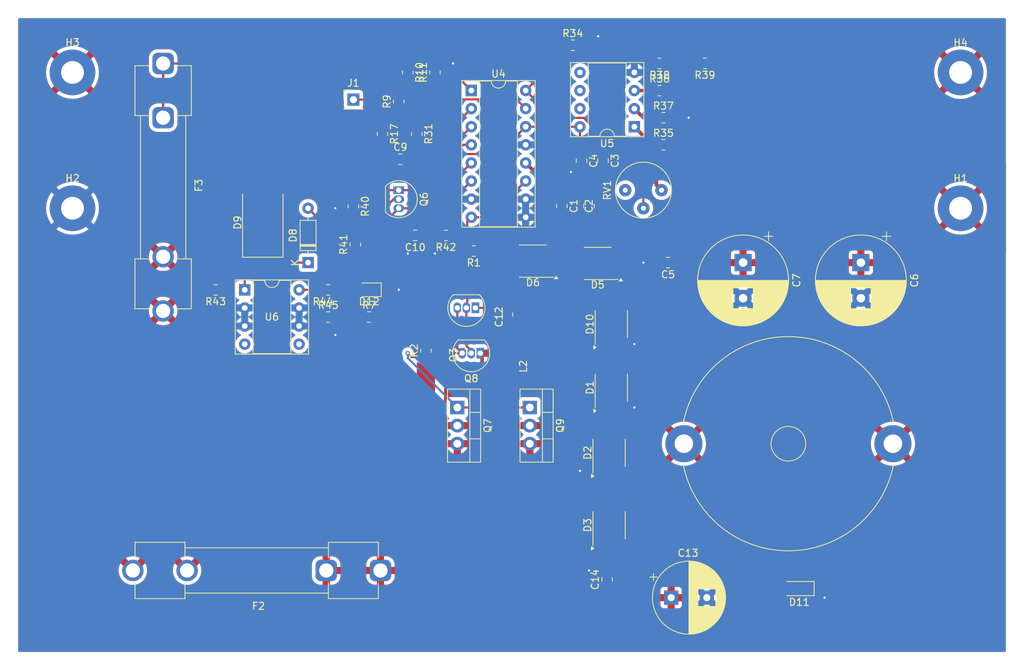
<source format=kicad_pcb>
(kicad_pcb (version 20240108) (generator "pcbnew") (generator_version "8.0")
  (title_block (company "Open Surgical Light Project - MIT Medical Device Design Spring 2024") (comment 1 "Drawn by: Edit author in Page Settings"))
  (layers (0 "F.Cu" signal) (31 "B.Cu" signal) (34 "B.Paste" user) (35 "F.Paste" user) (36 "B.SilkS" user "B.Silkscreen") (37 "F.SilkS" user "F.Silkscreen") (38 "B.Mask" user) (39 "F.Mask" user) (44 "Edge.Cuts" user))
  (property "AUTHOR" "Edit Name in Schematic setup -> Text Variables")
  (property "PROJECT_REVISION" "A01")
  (property "PROJECT_TITLE" "Template Project")
  (net 0 "")
  (net 1 "GND")
  (net 2 "Net-(D1-K)")
  (net 3 "Net-(D5-K)")
  (net 4 "BAT+")
  (net 5 "BAT-")
  (net 6 "SOLAR+")
  (net 7 "/FB")
  (net 8 "Net-(C9-Pad1)")
  (net 9 "/CT")
  (net 10 "Net-(D6-K)")
  (net 11 "Net-(D11-A2)")
  (net 12 "Net-(D8-A)")
  (net 13 "Net-(D8-K)")
  (net 14 "Net-(D9-A)")
  (net 15 "Net-(D12-A)")
  (net 16 "Net-(F3-Pad1)")
  (net 17 "/PWM Out")
  (net 18 "Net-(Q3-E)")
  (net 19 "/VREF")
  (net 20 "/VPOut")
  (net 21 "Net-(Q7-G)")
  (net 22 "/EA1-")
  (net 23 "MCU 2.5V")
  (net 24 "/EA1+")
  (net 25 "/EA2+")
  (net 26 "Net-(U5A--)")
  (net 27 "Net-(R35-Pad1)")
  (net 28 "Net-(U5A-+)")
  (net 29 "/RT")
  (net 30 "Net-(U6-REF)")
  (footprint "Resistor_SMD:R_0805_2012Metric_Pad1.20x1.40mm_HandSolder" (layer "F.Cu") (at 139.97 78.74 180)
    (property "Reference" "R42" (at 0 -1.65 180) (layer "F.SilkS"))
    (property "Value" "39K")
    (pad "1" smd roundrect (at -1 0 180) (size 1.2 1.4) (layers "F.Cu" "F.Paste" "F.Mask") (roundrect_rratio 0.208333) (net 29 "/RT"))
    (pad "2" smd roundrect (at 1 0 180) (size 1.2 1.4) (layers "F.Cu" "F.Paste" "F.Mask") (roundrect_rratio 0.208333) (net 1 "GND"))
  )
  (footprint "Resistor_SMD:R_0805_2012Metric_Pad1.20x1.40mm_HandSolder" (layer "F.Cu") (at 176.26 54.61 180)
    (property "Reference" "R39" (at 0 -1.65 180) (layer "F.SilkS"))
    (property "Value" "0R1")
    (pad "1" smd roundrect (at -1 0 180) (size 1.2 1.4) (layers "F.Cu" "F.Paste" "F.Mask") (roundrect_rratio 0.208333) (net 1 "GND"))
    (pad "2" smd roundrect (at 1 0 180) (size 1.2 1.4) (layers "F.Cu" "F.Paste" "F.Mask") (roundrect_rratio 0.208333) (net 5 "BAT-"))
  )
  (footprint "Capacitor_SMD:C_0805_2012Metric" (layer "F.Cu") (at 161.98 68.26 -90)
    (property "Reference" "C3" (at 0 -1.68 90) (layer "F.SilkS"))
    (property "Value" "1uF")
    (pad "1" smd roundrect (at -0.95 0 270) (size 1 1.45) (layers "F.Cu" "F.Paste" "F.Mask") (net 19 "/VREF"))
    (pad "2" smd roundrect (at 0.95 0 270) (size 1 1.45) (layers "F.Cu" "F.Paste" "F.Mask") (net 1 "GND"))
  )
  (footprint "Resistor_SMD:R_0805_2012Metric_Pad1.20x1.40mm_HandSolder" (layer "F.Cu") (at 131.08 64.5 -90)
    (property "Reference" "R17" (at 0 -1.65 90) (layer "F.SilkS"))
    (property "Value" "47K")
    (pad "1" smd roundrect (at -1 0 270) (size 1.2 1.4) (layers "F.Cu" "F.Paste" "F.Mask") (roundrect_rratio 0.208333) (net 22 "/EA1-"))
    (pad "2" smd roundrect (at 1 0 270) (size 1.2 1.4) (layers "F.Cu" "F.Paste" "F.Mask") (roundrect_rratio 0.208333) (net 8 "Net-(C9-Pad1)"))
  )
  (footprint "Resistor_SMD:R_0805_2012Metric" (layer "F.Cu") (at 137.16 94.8925 90)
    (property "Reference" "R2" (at 0 -1.65 270) (layer "F.SilkS"))
    (property "Value" "5")
    (pad "1" smd roundrect (at -0.9125 0 90) (size 1.025 1.4) (layers "F.Cu" "F.Paste" "F.Mask") (roundrect_rratio 0.243902) (net 21 "Net-(Q7-G)"))
    (pad "2" smd roundrect (at 0.9125 0 90) (size 1.025 1.4) (layers "F.Cu" "F.Paste" "F.Mask") (roundrect_rratio 0.243902) (net 18 "Net-(Q3-E)"))
  )
  (footprint "Package_DIP:DIP-16_W7.62mm_Socket" (layer "F.Cu") (at 143.52 58.41)
    (property "Reference" "U4" (at 3.81 -2.33 0) (layer "F.SilkS"))
    (property "Value" "TL494")
    (pad "1" thru_hole rect (at 0 0) (size 1.6 1.6) (drill 0.8) (layers "*.Cu" "*.Mask") (net 24 "/EA1+"))
    (pad "2" thru_hole oval (at 0 2.54) (size 1.6 1.6) (drill 0.8) (layers "*.Cu" "*.Mask") (net 22 "/EA1-"))
    (pad "3" thru_hole oval (at 0 5.08) (size 1.6 1.6) (drill 0.8) (layers "*.Cu" "*.Mask") (net 7 "/FB"))
    (pad "4" thru_hole oval (at 0 7.62) (size 1.6 1.6) (drill 0.8) (layers "*.Cu" "*.Mask") (net 20 "/VPOut"))
    (pad "5" thru_hole oval (at 0 10.16) (size 1.6 1.6) (drill 0.8) (layers "*.Cu" "*.Mask") (net 9 "/CT"))
    (pad "6" thru_hole oval (at 0 12.7) (size 1.6 1.6) (drill 0.8) (layers "*.Cu" "*.Mask") (net 29 "/RT"))
    (pad "7" thru_hole oval (at 0 15.24) (size 1.6 1.6) (drill 0.8) (layers "*.Cu" "*.Mask") (net 1 "GND"))
    (pad "8" thru_hole oval (at 0 17.78) (size 1.6 1.6) (drill 0.8) (layers "*.Cu" "*.Mask") (net 17 "/PWM Out"))
    (pad "9" thru_hole oval (at 7.62 17.78) (size 1.6 1.6) (drill 0.8) (layers "*.Cu" "*.Mask") (net 1 "GND"))
    (pad "10" thru_hole oval (at 7.62 15.24) (size 1.6 1.6) (drill 0.8) (layers "*.Cu" "*.Mask") (net 1 "GND"))
    (pad "11" thru_hole oval (at 7.62 12.7) (size 1.6 1.6) (drill 0.8) (layers "*.Cu" "*.Mask") (net 17 "/PWM Out"))
    (pad "12" thru_hole oval (at 7.62 10.16) (size 1.6 1.6) (drill 0.8) (layers "*.Cu" "*.Mask") (net 6 "SOLAR+"))
    (pad "13" thru_hole oval (at 7.62 7.62) (size 1.6 1.6) (drill 0.8) (layers "*.Cu" "*.Mask") (net 1 "GND"))
    (pad "14" thru_hole oval (at 7.62 5.08) (size 1.6 1.6) (drill 0.8) (layers "*.Cu" "*.Mask") (net 19 "/VREF"))
    (pad "15" thru_hole oval (at 7.62 2.54) (size 1.6 1.6) (drill 0.8) (layers "*.Cu" "*.Mask") (net 23 "MCU 2.5V"))
    (pad "16" thru_hole oval (at 7.62 0) (size 1.6 1.6) (drill 0.8) (layers "*.Cu" "*.Mask") (net 25 "/EA2+"))
  )
  (footprint "Resistor_SMD:R_0805_2012Metric_Pad1.20x1.40mm_HandSolder" (layer "F.Cu") (at 123.47 90.18)
    (property "Reference" "R45" (at 0 -1.65 0) (layer "F.SilkS"))
    (property "Value" "2K")
    (pad "1" smd roundrect (at -1 0) (size 1.2 1.4) (layers "F.Cu" "F.Paste" "F.Mask") (roundrect_rratio 0.208333) (net 30 "Net-(U6-REF)"))
    (pad "2" smd roundrect (at 1 0) (size 1.2 1.4) (layers "F.Cu" "F.Paste" "F.Mask") (roundrect_rratio 0.208333) (net 1 "GND"))
  )
  (footprint "Resistor_SMD:R_0805_2012Metric_Pad1.20x1.40mm_HandSolder" (layer "F.Cu") (at 134.62 55.88 -90)
    (property "Reference" "R10" (at 0 -1.65 90) (layer "F.SilkS"))
    (property "Value" "10K")
    (pad "1" smd roundrect (at -1 0 270) (size 1.2 1.4) (layers "F.Cu" "F.Paste" "F.Mask") (roundrect_rratio 0.208333) (net 16 "Net-(F3-Pad1)"))
    (pad "2" smd roundrect (at 1 0 270) (size 1.2 1.4) (layers "F.Cu" "F.Paste" "F.Mask") (roundrect_rratio 0.208333) (net 24 "/EA1+"))
  )
  (footprint "Resistor_SMD:R_0805_2012Metric_Pad1.20x1.40mm_HandSolder" (layer "F.Cu") (at 127.27 80.01 90)
    (property "Reference" "R41" (at 0 -1.65 270) (layer "F.SilkS"))
    (property "Value" "10K")
    (pad "1" smd roundrect (at -1 0 90) (size 1.2 1.4) (layers "F.Cu" "F.Paste" "F.Mask") (roundrect_rratio 0.208333) (net 19 "/VREF"))
    (pad "2" smd roundrect (at 1 0 90) (size 1.2 1.4) (layers "F.Cu" "F.Paste" "F.Mask") (roundrect_rratio 0.208333) (net 12 "Net-(D8-A)"))
  )
  (footprint "Resistor_SMD:R_0805_2012Metric_Pad1.20x1.40mm_HandSolder" (layer "F.Cu") (at 127 74.66 -90)
    (property "Reference" "R40" (at 0 -1.65 90) (layer "F.SilkS"))
    (property "Value" "2K2")
    (pad "1" smd roundrect (at -1 0 270) (size 1.2 1.4) (layers "F.Cu" "F.Paste" "F.Mask") (roundrect_rratio 0.208333) (net 20 "/VPOut"))
    (pad "2" smd roundrect (at 1 0 270) (size 1.2 1.4) (layers "F.Cu" "F.Paste" "F.Mask") (roundrect_rratio 0.208333) (net 1 "GND"))
  )
  (footprint "Connector_PinHeader_2.54mm:PinHeader_1x01_P2.54mm_Vertical" (layer "F.Cu") (at 127 59.69)
    (property "Reference" "J1" (at 0 -2.33 0) (layer "F.SilkS"))
    (property "Value" "Conn_01x01_Pin")
    (pad "1" thru_hole rect (at 0 0) (size 1.7 1.7) (drill 1) (layers "*.Cu" "*.Mask") (net 23 "MCU 2.5V"))
  )
  (footprint "Package_TO_SOT_SMD:Nexperia_CFP15_SOT-1289" (layer "F.Cu") (at 162.83 109.22 90)
    (property "Reference" "D2" (at 0 -3 -90) (layer "F.SilkS"))
    (property "Value" "PMEG045V150EPD")
    (pad "1" smd roundrect (at -2.78 -1.065 270) (size 1.44 1.6) (layers "F.Cu" "F.Paste" "F.Mask") (net 1 "GND"))
    (pad "2" smd roundrect (at -2.78 1.065 270) (size 1.44 1.6) (layers "F.Cu" "F.Paste" "F.Mask") (net 1 "GND"))
    (pad "3" smd rect (at 1.02 0 270) (size 4.96 3.8) (layers "F.Cu" "F.Mask") (net 2 "Net-(D1-K)"))
  )
  (footprint "Capacitor_SMD:C_0805_2012Metric_Pad1.18x1.45mm_HandSolder" (layer "F.Cu") (at 135.6575 78.74 180)
    (property "Reference" "C10" (at 0 -1.68 180) (layer "F.SilkS"))
    (property "Value" "1nF")
    (pad "1" smd roundrect (at -1.0375 0 180) (size 1.175 1.45) (layers "F.Cu" "F.Paste" "F.Mask") (roundrect_rratio 0.212766) (net 9 "/CT"))
    (pad "2" smd roundrect (at 1.0375 0 180) (size 1.175 1.45) (layers "F.Cu" "F.Paste" "F.Mask") (roundrect_rratio 0.212766) (net 1 "GND"))
  )
  (footprint "Capacitor_SMD:C_0805_2012Metric" (layer "F.Cu") (at 162.56 127 90)
    (property "Reference" "C14" (at 0 -1.68 270) (layer "F.SilkS"))
    (property "Value" "0.1uF")
    (pad "1" smd roundrect (at -0.95 0 90) (size 1 1.45) (layers "F.Cu" "F.Paste" "F.Mask") (net 11 "Net-(D11-A2)"))
    (pad "2" smd roundrect (at 0.95 0 90) (size 1 1.45) (layers "F.Cu" "F.Paste" "F.Mask") (net 1 "GND"))
  )
  (footprint "Resistor_SMD:R_0805_2012Metric_Pad1.20x1.40mm_HandSolder" (layer "F.Cu") (at 170.45 62.23)
    (property "Reference" "R37" (at 0 -1.65 360) (layer "F.SilkS"))
    (property "Value" "2K")
    (pad "1" smd roundrect (at -1 0) (size 1.2 1.4) (layers "F.Cu" "F.Paste" "F.Mask") (roundrect_rratio 0.208333) (net 26 "Net-(U5A--)"))
    (pad "2" smd roundrect (at 1 0) (size 1.2 1.4) (layers "F.Cu" "F.Paste" "F.Mask") (roundrect_rratio 0.208333) (net 1 "GND"))
  )
  (footprint "Resistor_SMD:R_0805_2012Metric_Pad1.20x1.40mm_HandSolder" (layer "F.Cu") (at 138.43 55.88 90)
    (property "Reference" "R11" (at 0 -1.65 270) (layer "F.SilkS"))
    (property "Value" "2.2K")
    (pad "1" smd roundrect (at -1 0 90) (size 1.2 1.4) (layers "F.Cu" "F.Paste" "F.Mask") (roundrect_rratio 0.208333) (net 24 "/EA1+"))
    (pad "2" smd roundrect (at 1 0 90) (size 1.2 1.4) (layers "F.Cu" "F.Paste" "F.Mask") (roundrect_rratio 0.208333) (net 1 "GND"))
  )
  (footprint "MountingHole:MountingHole_3.2mm_M3_Pad_TopBottom" (layer "F.Cu") (at 212.09 74.93)
    (property "Reference" "H1" (at 0 -4.2 0) (layer "F.SilkS"))
    (property "Value" "M3 Hole")
    (pad "1" thru_hole circle (at 0 0) (size 3.6 3.6) (drill 3.2) (layers "*.Cu" "*.Mask") (net 6 "SOLAR+"))
    (pad "1" connect circle (at 0 0) (size 6.4 6.4) (layers "F.Cu" "F.Mask") (net 6 "SOLAR+"))
    (pad "1" connect circle (at 0 0) (size 6.4 6.4) (layers "B.Cu" "B.Mask") (net 6 "SOLAR+"))
  )
  (footprint "Resistor_SMD:R_0805_2012Metric" (layer "F.Cu") (at 129.1925 90.18)
    (property "Reference" "R7" (at 0 -1.65 360) (layer "F.SilkS"))
    (property "Value" "1K")
    (pad "1" smd roundrect (at -0.9125 0) (size 1.025 1.4) (layers "F.Cu" "F.Paste" "F.Mask") (roundrect_rratio 0.243902) (net 4 "BAT+"))
    (pad "2" smd roundrect (at 0.9125 0) (size 1.025 1.4) (layers "F.Cu" "F.Paste" "F.Mask") (roundrect_rratio 0.243902) (net 15 "Net-(D12-A)"))
  )
  (footprint "Inductor_THT:L_Radial_D29.8mm_P29.30mm_Murata_1400series" (layer "F.Cu") (at 173.31 107.95)
    (property "Reference" "L2" (at -22.5 -10.84 90) (layer "F.SilkS"))
    (property "Value" "100uH 10.5A")
    (pad "1" thru_hole circle (at 0 0) (size 5.2 5.2) (drill 2.6) (layers "*.Cu" "*.Mask") (net 2 "Net-(D1-K)"))
    (pad "2" thru_hole circle (at 29.3 0) (size 5.2 5.2) (drill 2.6) (layers "*.Cu" "*.Mask") (net 11 "Net-(D11-A2)"))
  )
  (footprint "MountingHole:MountingHole_3.2mm_M3_Pad_TopBottom" (layer "F.Cu") (at 212.09 55.88)
    (property "Reference" "H4" (at 0 -4.2 0) (layer "F.SilkS"))
    (property "Value" "M3 Hole")
    (pad "1" thru_hole circle (at 0 0) (size 3.6 3.6) (drill 3.2) (layers "*.Cu" "*.Mask") (net 5 "BAT-"))
    (pad "1" connect circle (at 0 0) (size 6.4 6.4) (layers "F.Cu" "F.Mask") (net 5 "BAT-"))
    (pad "1" connect circle (at 0 0) (size 6.4 6.4) (layers "B.Cu" "B.Mask") (net 5 "BAT-"))
  )
  (footprint "Package_DIP:DIP-8_W7.62mm_Socket" (layer "F.Cu") (at 166.37 63.5 180)
    (property "Reference" "U5" (at 3.81 -2.33 180) (layer "F.SilkS"))
    (property "Value" "LM358")
    (pad "1" thru_hole rect (at 0 0 180) (size 1.6 1.6) (drill 0.8) (layers "*.Cu" "*.Mask") (net 27 "Net-(R35-Pad1)"))
    (pad "2" thru_hole oval (at 0 2.54 180) (size 1.6 1.6) (drill 0.8) (layers "*.Cu" "*.Mask") (net 26 "Net-(U5A--)"))
    (pad "3" thru_hole oval (at 0 5.08 180) (size 1.6 1.6) (drill 0.8) (layers "*.Cu" "*.Mask") (net 28 "Net-(U5A-+)"))
    (pad "4" thru_hole oval (at 0 7.62 180) (size 1.6 1.6) (drill 0.8) (layers "*.Cu" "*.Mask") (net 1 "GND"))
    (pad "5" thru_hole oval (at 7.62 7.62 180) (size 1.6 1.6) (drill 0.8) (layers "*.Cu" "*.Mask"))
    (pad "6" thru_hole oval (at 7.62 5.08 180) (size 1.6 1.6) (drill 0.8) (layers "*.Cu" "*.Mask"))
    (pad "7" thru_hole oval (at 7.62 2.54 180) (size 1.6 1.6) (drill 0.8) (layers "*.Cu" "*.Mask"))
    (pad "8" thru_hole oval (at 7.62 0 180) (size 1.6 1.6) (drill 0.8) (layers "*.Cu" "*.Mask") (net 19 "/VREF"))
  )
  (footprint "Resistor_SMD:R_0805_2012Metric" (layer "F.Cu") (at 143.8675 80.9225 180)
    (property "Reference" "R1" (at 0 -1.65 180) (layer "F.SilkS"))
    (property "Value" "2k2")
    (pad "1" smd roundrect (at -0.9125 0 180) (size 1.025 1.4) (layers "F.Cu" "F.Paste" "F.Mask") (roundrect_rratio 0.243902) (net 10 "Net-(D6-K)"))
    (pad "2" smd roundrect (at 0.9125 0 180) (size 1.025 1.4) (layers "F.Cu" "F.Paste" "F.Mask") (roundrect_rratio 0.243902) (net 17 "/PWM Out"))
  )
  (footprint "Capacitor_SMD:C_0805_2012Metric" (layer "F.Cu") (at 171.09 82.55 180)
    (property "Reference" "C5" (at 0 -1.68 180) (layer "F.SilkS"))
    (property "Value" "0.1uF")
    (pad "1" smd roundrect (at -0.95 0 180) (size 1 1.45) (layers "F.Cu" "F.Paste" "F.Mask") (net 3 "Net-(D5-K)"))
    (pad "2" smd roundrect (at 0.95 0 180) (size 1 1.45) (layers "F.Cu" "F.Paste" "F.Mask") (net 1 "GND"))
  )
  (footprint "Capacitor_SMD:C_0805_2012Metric_Pad1.18x1.45mm_HandSolder" (layer "F.Cu") (at 133.5825 68.04)
    (property "Reference" "C9" (at 0 -1.68 0) (layer "F.SilkS"))
    (property "Value" "100nF")
    (pad "1" smd roundrect (at -1.0375 0) (size 1.175 1.45) (layers "F.Cu" "F.Paste" "F.Mask") (roundrect_rratio 0.212766) (net 8 "Net-(C9-Pad1)"))
    (pad "2" smd roundrect (at 1.0375 0) (size 1.175 1.45) (layers "F.Cu" "F.Paste" "F.Mask") (roundrect_rratio 0.212766) (net 7 "/FB"))
  )
  (footprint "Package_TO_SOT_SMD:Nexperia_CFP15_SOT-1289" (layer "F.Cu") (at 161.23 82.665 180)
    (property "Reference" "D5" (at 0 -3 180) (layer "F.SilkS"))
    (property "Value" "PMEG045V150EPD")
    (pad "1" smd roundrect (at -2.78 -1.065) (size 1.44 1.6) (layers "F.Cu" "F.Paste" "F.Mask") (net 6 "SOLAR+"))
    (pad "2" smd roundrect (at -2.78 1.065) (size 1.44 1.6) (layers "F.Cu" "F.Paste" "F.Mask") (net 6 "SOLAR+"))
    (pad "3" smd rect (at 1.02 0) (size 4.96 3.8) (layers "F.Cu" "F.Mask") (net 3 "Net-(D5-K)"))
  )
  (footprint "MountingHole:MountingHole_3.2mm_M3_Pad_TopBottom" (layer "F.Cu") (at 87.63 74.93)
    (property "Reference" "H2" (at 0 -4.2 0) (layer "F.SilkS"))
    (property "Value" "M3 Hole")
    (pad "1" thru_hole circle (at 0 0) (size 3.6 3.6) (drill 3.2) (layers "*.Cu" "*.Mask") (net 1 "GND"))
    (pad "1" connect circle (at 0 0) (size 6.4 6.4) (layers "F.Cu" "F.Mask") (net 1 "GND"))
    (pad "1" connect circle (at 0 0) (size 6.4 6.4) (layers "B.Cu" "B.Mask") (net 1 "GND"))
  )
  (footprint "Package_TO_SOT_THT:TO-220-3_Vertical" (layer "F.Cu") (at 141.56 102.87 -90)
    (property "Reference" "Q7" (at 2.54 -4.27 90) (layer "F.SilkS"))
    (property "Value" "IRLZ44N")
    (pad "1" thru_hole rect (at 0 0 270) (size 1.905 2) (drill 1.1) (layers "*.Cu" "*.Mask") (net 21 "Net-(Q7-G)"))
    (pad "2" thru_hole oval (at 2.54 0 270) (size 1.905 2) (drill 1.1) (layers "*.Cu" "*.Mask") (net 3 "Net-(D5-K)"))
    (pad "3" thru_hole oval (at 5.08 0 270) (size 1.905 2) (drill 1.1) (layers "*.Cu" "*.Mask") (net 2 "Net-(D1-K)"))
  )
  (footprint "Package_DIP:DIP-8_W7.62mm_Socket" (layer "F.Cu") (at 111.77 86.37)
    (property "Reference" "U6" (at 3.8 3.8 0) (layer "F.SilkS"))
    (property "Value" "TL431D")
    (pad "1" thru_hole rect (at 0 0) (size 1.6 1.6) (drill 0.8) (layers "*.Cu" "*.Mask") (net 13 "Net-(D8-K)"))
    (pad "2" thru_hole oval (at 0 2.54) (size 1.6 1.6) (drill 0.8) (layers "*.Cu" "*.Mask") (net 1 "GND"))
    (pad "3" thru_hole oval (at 0 5.08) (size 1.6 1.6) (drill 0.8) (layers "*.Cu" "*.Mask") (net 1 "GND"))
    (pad "4" thru_hole oval (at 0 7.62) (size 1.6 1.6) (drill 0.8) (layers "*.Cu" "*.Mask"))
    (pad "5" thru_hole oval (at 7.62 7.62) (size 1.6 1.6) (drill 0.8) (layers "*.Cu" "*.Mask"))
    (pad "6" thru_hole oval (at 7.62 5.08) (size 1.6 1.6) (drill 0.8) (layers "*.Cu" "*.Mask") (net 1 "GND"))
    (pad "7" thru_hole oval (at 7.62 2.54) (size 1.6 1.6) (drill 0.8) (layers "*.Cu" "*.Mask") (net 1 "GND"))
    (pad "8" thru_hole oval (at 7.62 0) (size 1.6 1.6) (drill 0.8) (layers "*.Cu" "*.Mask") (net 30 "Net-(U6-REF)"))
  )
  (footprint "Potentiometer_THT:Potentiometer_Bourns_3339P_Vertical_HandSoldering" (layer "F.Cu") (at 170.18 72.39 90)
    (property "Reference" "RV1" (at 0 -7.6 270) (layer "F.SilkS"))
    (property "Value" "10K")
    (pad "1" thru_hole circle (at 0 0 90) (size 1.75 1.75) (drill 0.7) (layers "*.Cu" "*.Mask") (net 27 "Net-(R35-Pad1)"))
    (pad "2" thru_hole circle (at -2.54 -2.54 90) (size 1.75 1.75) (drill 0.7) (layers "*.Cu" "*.Mask") (net 25 "/EA2+"))
    (pad "3" thru_hole circle (at 0 -5.08 90) (size 1.75 1.75) (drill 0.7) (layers "*.Cu" "*.Mask"))
  )
  (footprint "Package_TO_SOT_THT:TO-220-3_Vertical" (layer "F.Cu") (at 151.72 102.87 -90)
    (property "Reference" "Q9" (at 2.54 -4.27 90) (layer "F.SilkS"))
    (property "Value" "IRLZ44N")
    (pad "1" thru_hole rect (at 0 0 270) (size 1.905 2) (drill 1.1) (layers "*.Cu" "*.Mask") (net 21 "Net-(Q7-G)"))
    (pad "2" thru_hole oval (at 2.54 0 270) (size 1.905 2) (drill 1.1) (layers "*.Cu" "*.Mask") (net 3 "Net-(D5-K)"))
    (pad "3" thru_hole oval (at 5.08 0 270) (size 1.905 2) (drill 1.1) (layers "*.Cu" "*.Mask") (net 2 "Net-(D1-K)"))
  )
  (footprint "Package_TO_SOT_SMD:Nexperia_CFP15_SOT-1289" (layer "F.Cu") (at 162.83 119.38 90)
    (property "Reference" "D3" (at 0 -3 -90) (layer "F.SilkS"))
    (property "Value" "PMEG045V150EPD")
    (pad "1" smd roundrect (at -2.78 -1.065 270) (size 1.44 1.6) (layers "F.Cu" "F.Paste" "F.Mask") (net 1 "GND"))
    (pad "2" smd roundrect (at -2.78 1.065 270) (size 1.44 1.6) (layers "F.Cu" "F.Paste" "F.Mask") (net 1 "GND"))
    (pad "3" smd rect (at 1.02 0 270) (size 4.96 3.8) (layers "F.Cu" "F.Mask") (net 2 "Net-(D1-K)"))
  )
  (footprint "Capacitor_SMD:C_0805_2012Metric" (layer "F.Cu") (at 156.21 74.61 -90)
    (property "Reference" "C1" (at 0 -1.68 90) (layer "F.SilkS"))
    (property "Value" "1uF")
    (pad "1" smd roundrect (at -0.95 0 270) (size 1 1.45) (layers "F.Cu" "F.Paste" "F.Mask") (net 6 "SOLAR+"))
    (pad "2" smd roundrect (at 0.95 0 270) (size 1 1.45) (layers "F.Cu" "F.Paste" "F.Mask") (net 1 "GND"))
  )
  (footprint "Resistor_SMD:R_0805_2012Metric_Pad1.20x1.40mm_HandSolder" (layer "F.Cu") (at 133.35 59.96 90)
    (property "Reference" "R9" (at 0 -1.65 270) (layer "F.SilkS"))
    (property "Value" "1K")
    (pad "1" smd roundrect (at -1 0 90) (size 1.2 1.4) (layers "F.Cu" "F.Paste" "F.Mask") (roundrect_rratio 0.208333) (net 22 "/EA1-"))
    (pad "2" smd roundrect (at 1 0 90) (size 1.2 1.4) (layers "F.Cu" "F.Paste" "F.Mask") (roundrect_rratio 0.208333) (net 23 "MCU 2.5V"))
  )
  (footprint "Resistor_SMD:R_0805_2012Metric_Pad1.20x1.40mm_HandSolder" (layer "F.Cu") (at 170.45 66.04)
    (property "Reference" "R35" (at 0 -1.65 360) (layer "F.SilkS"))
    (property "Value" "47K")
    (pad "1" smd roundrect (at -1 0) (size 1.2 1.4) (layers "F.Cu" "F.Paste" "F.Mask") (roundrect_rratio 0.208333) (net 27 "Net-(R35-Pad1)"))
    (pad "2" smd roundrect (at 1 0) (size 1.2 1.4) (layers "F.Cu" "F.Paste" "F.Mask") (roundrect_rratio 0.208333) (net 26 "Net-(U5A--)"))
  )
  (footprint "MountingHole:MountingHole_3.2mm_M3_Pad_TopBottom" (layer "F.Cu") (at 87.63 55.88)
    (property "Reference" "H3" (at 0 -4.2 0) (layer "F.SilkS"))
    (property "Value" "M3 Hole")
    (pad "1" thru_hole circle (at 0 0) (size 3.6 3.6) (drill 3.2) (layers "*.Cu" "*.Mask") (net 4 "BAT+"))
    (pad "1" connect circle (at 0 0) (size 6.4 6.4) (layers "F.Cu" "F.Mask") (net 4 "BAT+"))
    (pad "1" connect circle (at 0 0) (size 6.4 6.4) (layers "B.Cu" "B.Mask") (net 4 "BAT+"))
  )
  (footprint "LED_SMD:LED_0805_2012Metric" (layer "F.Cu") (at 129.2175 86.37 180)
    (property "Reference" "D12" (at 0 -1.65 180) (layer "F.SilkS"))
    (property "Value" "LED Green")
    (pad "1" smd roundrect (at -0.9375 0 180) (size 0.975 1.4) (layers "F.Cu" "F.Paste" "F.Mask") (net 1 "GND"))
    (pad "2" smd roundrect (at 0.9375 0 180) (size 0.975 1.4) (layers "F.Cu" "F.Paste" "F.Mask") (net 15 "Net-(D12-A)"))
  )
  (footprint "Package_TO_SOT_SMD:Nexperia_CFP15_SOT-1289" (layer "F.Cu") (at 152.16 82.345 180)
    (property "Reference" "D6" (at 0 -3 180) (layer "F.SilkS"))
    (property "Value" "PMEG045V150EPD")
    (pad "1" smd roundrect (at -2.78 -1.065) (size 1.44 1.6) (layers "F.Cu" "F.Paste" "F.Mask") (net 3 "Net-(D5-K)"))
    (pad "2" smd roundrect (at -2.78 1.065) (size 1.44 1.6) (layers "F.Cu" "F.Paste" "F.Mask") (net 3 "Net-(D5-K)"))
    (pad "3" smd rect (at 1.02 0) (size 4.96 3.8) (layers "F.Cu" "F.Mask") (net 10 "Net-(D6-K)"))
  )
  (footprint "Package_TO_SOT_THT:TO-92_Inline" (layer "F.Cu") (at 133.35 72.39 -90)
    (property "Reference" "Q6" (at 1.27 -3.56 90) (layer "F.SilkS"))
    (property "Value" "BC557")
    (pad "1" thru_hole rect (at 0 0 270) (size 1.05 1.5) (drill 0.75) (layers "*.Cu" "*.Mask") (net 20 "/VPOut"))
    (pad "2" thru_hole oval (at 1.27 0 270) (size 1.05 1.5) (drill 0.75) (layers "*.Cu" "*.Mask") (net 12 "Net-(D8-A)"))
    (pad "3" thru_hole oval (at 2.54 0 270) (size 1.05 1.5) (drill 0.75) (layers "*.Cu" "*.Mask") (net 19 "/VREF"))
  )
  (footprint "Diode_THT:D_DO-35_SOD27_P7.62mm_Horizontal" (layer "F.Cu") (at 120.65 82.55 90)
    (property "Reference" "D8" (at 3.81 -2.12 -90) (layer "F.SilkS"))
    (property "Value" "1N4148")
    (fp_text user "K" (at 0 -1.8 -90) (layer "F.SilkS"))
    (pad "1" thru_hole rect (at 0 0 90) (size 1.6 1.6) (drill 0.8) (layers "*.Cu" "*.Mask") (net 13 "Net-(D8-K)"))
    (pad "2" thru_hole oval (at 7.62 0 90) (size 1.6 1.6) (drill 0.8) (layers "*.Cu" "*.Mask") (net 12 "Net-(D8-A)"))
  )
  (footprint "Package_TO_SOT_THT:TO-92_Inline" (layer "F.Cu") (at 144.78 95.25 180)
    (property "Reference" "Q8" (at 1.27 -3.56 180) (layer "F.SilkS"))
    (property "Value" "BC327")
    (pad "1" thru_hole rect (at 0 0 180) (size 1.05 1.5) (drill 0.75) (layers "*.Cu" "*.Mask") (net 2 "Net-(D1-K)"))
    (pad "2" thru_hole oval (at 1.27 0 180) (size 1.05 1.5) (drill 0.75) (layers "*.Cu" "*.Mask") (net 17 "/PWM Out"))
    (pad "3" thru_hole oval (at 2.54 0 180) (size 1.05 1.5) (drill 0.75) (layers "*.Cu" "*.Mask") (net 18 "Net-(Q3-E)"))
  )
  (footprint "Capacitor_THT:CP_Radial_D12.5mm_P5.00mm" (layer "F.Cu") (at 181.61 82.55 -90)
    (property "Reference" "C7" (at 2.5 -7.5 90) (layer "F.SilkS"))
    (property "Value" "470uF")
    (pad "1" thru_hole rect (at 0 0 270) (size 2.4 2.4) (drill 1.2) (layers "*.Cu" "*.Mask") (net 3 "Net-(D5-K)"))
    (pad "2" thru_hole circle (at 5 0 270) (size 2.4 2.4) (drill 1.2) (layers "*.Cu" "*.Mask") (net 1 "GND"))
  )
  (footprint "Capacitor_THT:CP_Radial_D10.0mm_P5.00mm" (layer "F.Cu") (at 171.53 129.54)
    (property "Reference" "C13" (at 2.367677 -6.25 360) (layer "F.SilkS"))
    (property "Value" "22uF")
    (pad "1" thru_hole rect (at 0 0) (size 2 2) (drill 1) (layers "*.Cu" "*.Mask") (net 11 "Net-(D11-A2)"))
    (pad "2" thru_hole circle (at 5 0) (size 2 2) (drill 1) (layers "*.Cu" "*.Mask") (net 1 "GND"))
  )
  (footprint "Resistor_SMD:R_0805_2012Metric_Pad1.20x1.40mm_HandSolder" (layer "F.Cu") (at 123.47 86.37 180)
    (property "Reference" "R44" (at 0.73 -1.65 180) (layer "F.SilkS"))
    (property "Value" "10K")
    (pad "1" smd roundrect (at -1 0 180) (size 1.2 1.4) (layers "F.Cu" "F.Paste" "F.Mask") (roundrect_rratio 0.208333) (net 4 "BAT+"))
    (pad "2" smd roundrect (at 1 0 180) (size 1.2 1.4) (layers "F.Cu" "F.Paste" "F.Mask") (roundrect_rratio 0.208333) (net 30 "Net-(U6-REF)"))
  )
  (footprint "Package_TO_SOT_SMD:Nexperia_CFP15_SOT-1289" (layer "F.Cu") (at 163.15 91.19 90)
    (property "Reference" "D10" (at 0 -3 270) (layer "F.SilkS"))
    (property "Value" "PMEG045V150EPD")
    (pad "1" smd roundrect (at -2.78 -1.065 270) (size 1.44 1.6) (layers "F.Cu" "F.Paste" "F.Mask") (net 1 "GND"))
    (pad "2" smd roundrect (at -2.78 1.065 270) (size 1.44 1.6) (layers "F.Cu" "F.Paste" "F.Mask") (net 1 "GND"))
    (pad "3" smd rect (at 1.02 0 270) (size 4.96 3.8) (layers "F.Cu" "F.Mask") (net 2 "Net-(D1-K)"))
  )
  (footprint "Capacitor_SMD:C_0805_2012Metric" (layer "F.Cu") (at 160.02 74.61 -90)
    (property "Reference" "C2" (at 0 0 90) (layer "F.SilkS"))
    (property "Value" "0.1uF")
    (pad "1" smd roundrect (at -0.95 0 270) (size 1 1.45) (layers "F.Cu" "F.Paste" "F.Mask") (net 6 "SOLAR+"))
    (pad "2" smd roundrect (at 0.95 0 270) (size 1 1.45) (layers "F.Cu" "F.Paste" "F.Mask") (net 1 "GND"))
  )
  (footprint "Resistor_SMD:R_0805_2012Metric_Pad1.20x1.40mm_HandSolder" (layer "F.Cu") (at 135.89 64.5 -90)
    (property "Reference" "R31" (at 0 -1.65 90) (layer "F.SilkS"))
    (property "Value" "56k")
    (pad "1" smd roundrect (at -1 0 270) (size 1.2 1.4) (layers "F.Cu" "F.Paste" "F.Mask") (roundrect_rratio 0.208333) (net 22 "/EA1-"))
    (pad "2" smd roundrect (at 1 0 270) (size 1.2 1.4) (layers "F.Cu" "F.Paste" "F.Mask") (roundrect_rratio 0.208333) (net 7 "/FB"))
  )
  (footprint "Capacitor_SMD:C_0805_2012Metric" (layer "F.Cu") (at 148.59 89.85 -90)
    (property "Reference" "C12" (at 0.32 1.19 90) (layer "F.SilkS"))
    (property "Value" "0.1uF")
    (pad "1" smd roundrect (at -0.95 0 270) (size 1 1.45) (layers "F.Cu" "F.Paste" "F.Mask") (net 10 "Net-(D6-K)"))
    (pad "2" smd roundrect (at 0.95 0 270) (size 1 1.45) (layers "F.Cu" "F.Paste" "F.Mask") (net 2 "Net-(D1-K)"))
  )
  (footprint "Resistor_SMD:R_0805_2012Metric_Pad1.20x1.40mm_HandSolder" (layer "F.Cu") (at 169.91 58.42)
    (property "Reference" "R36" (at 0 -1.65 360) (layer "F.SilkS"))
    (property "Value" "47K")
    (pad "1" smd roundrect (at -1 0) (size 1.2 1.4) (layers "F.Cu" "F.Paste" "F.Mask") (roundrect_rratio 0.208333) (net 28 "Net-(U5A-+)"))
    (pad "2" smd roundrect (at 1 0) (size 1.2 1.4) (layers "F.Cu" "F.Paste" "F.Mask") (roundrect_rratio 0.208333) (net 1 "GND"))
  )
  (footprint "Fuse:Fuseholder_Clip-6.3x32mm_Littelfuse_102071_Inline_P34.70x7.60mm_D2.00mm_Horizontal" (layer "F.Cu") (at 130.79 125.73 180)
    (property "Reference" "F2" (at 17.1 -5 180) (layer "F.SilkS"))
    (property "Value" "12A")
    (pad "1" thru_hole roundrect (at 0 0 180) (size 3 3) (drill 2) (layers "*.Cu" "*.Mask") (net 11 "Net-(D11-A2)"))
    (pad "1" thru_hole roundrect (at 7.6 0 180) (size 3 3) (drill 2) (layers "*.Cu" "*.Mask") (net 11 "Net-(D11-A2)"))
    (pad "2" thru_hole circle (at 27.1 0 180) (size 3 3) (drill 2) (layers "*.Cu" "*.Mask") (net 4 "BAT+"))
    (pad "2" thru_hole circle (at 34.7 0 180) (size 3 3) (drill 2) (layers "*.Cu" "*.Mask") (net 4 "BAT+"))
  )
  (footprint "Package_TO_SOT_SMD:Nexperia_CFP15_SOT-1289" (layer "F.Cu") (at 163.15 100.08 90)
    (property "Reference" "D1" (at 0 -3 -90) (layer "F.SilkS"))
    (property "Value" "PMEG045V150EPD")
    (pad "1" smd roundrect (at -2.78 -1.065 270) (size 1.44 1.6) (layers "F.Cu" "F.Paste" "F.Mask") (net 1 "GND"))
    (pad "2" smd roundrect (at -2.78 1.065 270) (size 1.44 1.6) (layers "F.Cu" "F.Paste" "F.Mask") (net 1 "GND"))
    (pad "3" smd rect (at 1.02 0 270) (size 4.96 3.8) (layers "F.Cu" "F.Mask") (net 2 "Net-(D1-K)"))
  )
  (footprint "Package_TO_SOT_THT:TO-92_Inline" (layer "F.Cu") (at 144.1 88.9 180)
    (property "Reference" "Q3" (at 3.0775 -6.6175 270) (layer "F.SilkS"))
    (property "Value" "BC337")
    (pad "1" thru_hole rect (at 0 0 180) (size 1.05 1.5) (drill 0.75) (layers "*.Cu" "*.Mask") (net 10 "Net-(D6-K)"))
    (pad "2" thru_hole oval (at 1.27 0 180) (size 1.05 1.5) (drill 0.75) (layers "*.Cu" "*.Mask") (net 17 "/PWM Out"))
    (pad "3" thru_hole oval (at 2.54 0 180) (size 1.05 1.5) (drill 0.75) (layers "*.Cu" "*.Mask") (net 18 "Net-(Q3-E)"))
  )
  (footprint "Resistor_SMD:R_0805_2012Metric_Pad1.20x1.40mm_HandSolder" (layer "F.Cu") (at 169.91 54.61 180)
    (property "Reference" "R38" (at 0 -1.65 180) (layer "F.SilkS"))
    (property "Value" "2K")
    (pad "1" smd roundrect (at -1 0 180) (size 1.2 1.4) (layers "F.Cu" "F.Paste" "F.Mask") (roundrect_rratio 0.208333) (net 5 "BAT-"))
    (pad "2" smd roundrect (at 1 0 180) (size 1.2 1.4) (layers "F.Cu" "F.Paste" "F.Mask") (roundrect_rratio 0.208333) (net 28 "Net-(U5A-+)"))
  )
  (footprint "Capacitor_SMD:C_0805_2012Metric" (layer "F.Cu") (at 158.97 68.26 -90)
    (property "Reference" "C4" (at 0 -1.68 90) (layer "F.SilkS"))
    (property "Value" "0.1uF")
    (pad "1" smd roundrect (at -0.95 0 270) (size 1 1.45) (layers "F.Cu" "F.Paste" "F.Mask") (net 19 "/VREF"))
    (pad "2" smd roundrect (at 0.95 0 270) (size 1 1.45) (layers "F.Cu" "F.Paste" "F.Mask") (net 1 "GND"))
  )
  (footprint "Diode_SMD:D_SOD-123F" (layer "F.Cu") (at 189.36 128.27 180)
    (property "Reference" "D11" (at -0.127 -1.905 180) (layer "F.SilkS"))
    (property "Value" "SZSMF4L15CAT3G")
    (pad "1" smd roundrect (at -1.4 0 180) (size 1.1 1.1) (layers "F.Cu" "F.Paste" "F.Mask") (roundrect_rratio 0.2272727273) (net 1 "GND"))
    (pad "2" smd roundrect (at 1.4 0 180) (size 1.1 1.1) (layers "F.Cu" "F.Paste" "F.Mask") (roundrect_rratio 0.2272727273) (net 11 "Net-(D11-A2)"))
  )
  (footprint "Fuse:Fuseholder_Clip-6.3x32mm_Littelfuse_102071_Inline_P34.70x7.60mm_D2.00mm_Horizontal" (layer "F.Cu") (at 100.33 54.63 -90)
    (property "Reference" "F3" (at 17.1 -5 90) (layer "F.SilkS"))
    (property "Value" "12A")
    (pad "1" thru_hole roundrect (at 0 0 270) (size 3 3) (drill 2) (layers "*.Cu" "*.Mask") (net 16 "Net-(F3-Pad1)"))
    (pad "1" thru_hole roundrect (at 7.6 0 270) (size 3 3) (drill 2) (layers "*.Cu" "*.Mask") (net 16 "Net-(F3-Pad1)"))
    (pad "2" thru_hole circle (at 27.1 0 270) (size 3 3) (drill 2) (layers "*.Cu" "*.Mask") (net 4 "BAT+"))
    (pad "2" thru_hole circle (at 34.7 0 270) (size 3 3) (drill 2) (layers "*.Cu" "*.Mask") (net 4 "BAT+"))
  )
  (footprint "Capacitor_THT:CP_Radial_D12.5mm_P5.00mm" (layer "F.Cu") (at 198.12 82.55 -90)
    (property "Reference" "C6" (at 2.5 -7.5 90) (layer "F.SilkS"))
    (property "Value" "470uF")
    (pad "1" thru_hole rect (at 0 0 270) (size 2.4 2.4) (drill 1.2) (layers "*.Cu" "*.Mask") (net 3 "Net-(D5-K)"))
    (pad "2" thru_hole circle (at 5 0 270) (size 2.4 2.4) (drill 1.2) (layers "*.Cu" "*.Mask") (net 1 "GND"))
  )
  (footprint "Diode_SMD:D_3220_8050Metric_Pad2.65x5.15mm_HandSolder" (layer "F.Cu") (at 114.3 76.935 90)
    (property "Reference" "D9" (at 0 -3.52 270) (layer "F.SilkS"))
    (property "Value" "LED")
    (pad "1" smd roundrect (at -3.275 0 90) (size 2.65 5.15) (layers "F.Cu" "F.Paste" "F.Mask") (roundrect_rratio 0.09434) (net 13 "Net-(D8-K)"))
    (pad "2" smd roundrect (at 3.275 0 90) (size 2.65 5.15) (layers "F.Cu" "F.Paste" "F.Mask") (roundrect_rratio 0.09434) (net 14 "Net-(D9-A)"))
  )
  (footprint "Resistor_SMD:R_0805_2012Metric_Pad1.20x1.40mm_HandSolder" (layer "F.Cu") (at 107.69 86.37 180)
    (property "Reference" "R43" (at 0 -1.65 180) (layer "F.SilkS"))
    (property "Value" "2K2")
    (pad "1" smd roundrect (at -1 0 180) (size 1.2 1.4) (layers "F.Cu" "F.Paste" "F.Mask") (roundrect_rratio 0.208333) (net 4 "BAT+"))
    (pad "2" smd roundrect (at 1 0 180) (size 1.2 1.4) (layers "F.Cu" "F.Paste" "F.Mask") (roundrect_rratio 0.208333) (net 14 "Net-(D9-A)"))
  )
  (footprint "Resistor_SMD:R_0805_2012Metric_Pad1.20x1.40mm_HandSolder" (layer "F.Cu") (at 157.74 52.06)
    (property "Reference" "R34" (at 0 -1.65 0) (layer "F.SilkS"))
    (property "Value" "560R")
    (pad "1" smd roundrect (at -1 0) (size 1.2 1.4) (layers "F.Cu" "F.Paste" "F.Mask") (roundrect_rratio 0.208333) (net 25 "/EA2+"))
    (pad "2" smd roundrect (at 1 0) (size 1.2 1.4) (layers "F.Cu" "F.Paste" "F.Mask") (roundrect_rratio 0.208333) (net 1 "GND"))
  )
  (segment (start 191.77 128.27) (end 193.04 129.54) (width 0.5) (layer "F.Cu") (net 1))
  (segment (start 140.7 54.88) (end 140.97 54.61) (width 0.5) (layer "F.Cu") (net 1))
  (segment (start 170.14 82.55) (end 167.64 82.55) (width 0.5) (layer "F.Cu") (net 1))
  (segment (start 125.19 75.66) (end 124.46 74.93) (width 0.5) (layer "F.Cu") (net 1))
  (segment (start 161.765 125.255) (end 162.56 126.05) (width 0.5) (layer "F.Cu") (net 1))
  (segment (start 138.43 54.88) (end 140.7 54.88) (width 0.5) (layer "F.Cu") (net 1))
  (segment (start 174.99 58.69) (end 177.26 56.42) (width 0.5) (layer "F.Cu") (net 1))
  (segment (start 158.74 52.06) (end 160.03 52.06) (width 0.5) (layer "F.Cu") (net 1))
  (segment (start 171.45 58.96) (end 170.91 58.42) (width 0.5) (layer "F.Cu") (net 1))
  (segment (start 162.56 126.05) (end 160.34 126.05) (width 0.5) (layer "F.Cu") (net 1))
  (segment (start 138.97 78.74) (end 138.97 80.74) (width 0.5) (layer "F.Cu") (net 1))
  (segment (start 158.99 112) (end 158.75 111.76) (width 0.5) (layer "F.Cu") (net 1))
  (segment (start 161.765 112) (end 158.99 112) (width 0.5) (layer "F.Cu") (net 1))
  (segment (start 156.21 75.56) (end 160.02 75.56) (width 0.5) (layer "F.Cu") (net 1))
  (segment (start 162.085 93.97) (end 164.215 93.97) (width 0.5) (layer "F.Cu") (net 1))
  (segment (start 161.765 122.16) (end 161.765 125.255) (width 0.5) (layer "F.Cu") (net 1))
  (segment (start 164.215 93.97) (end 166.36 93.97) (width 0.5) (layer "F.Cu") (net 1))
  (segment (start 133.34 86.37) (end 133.35 86.36) (width 0.5) (layer "F.Cu") (net 1))
  (segment (start 171.45 62.23) (end 171.45 58.96) (width 0.5) (layer "F.Cu") (net 1))
  (segment (start 158.97 69.21) (end 158.12 69.21) (width 0.5) (layer "F.Cu") (net 1))
  (segment (start 127 75.66) (end 125.19 75.66) (width 0.5) (layer "F.Cu") (net 1))
  (segment (start 171.45 62.23) (end 173.99 62.23) (width 0.5) (layer "F.Cu") (net 1))
  (segment (start 155.58 76.19) (end 156.21 75.56) (width 0.5) (layer "F.Cu") (net 1))
  (segment (start 160.34 126.05) (end 160.02 125.73) (width 0.5) (layer "F.Cu") (net 1))
  (segment (start 166.36 102.86) (end 166.37 102.87) (width 0.5) (layer "F.Cu") (net 1))
  (segment (start 166.36 93.97) (end 166.37 93.98) (width 0.5) (layer "F.Cu") (net 1))
  (segment (start 124.47 90.18) (end 124.47 92.7) (width 0.5) (layer "F.Cu") (net 1))
  (segment (start 177.26 56.42) (end 177.26 54.61) (width 0.5) (layer "F.Cu") (net 1))
  (segment (start 151.14 76.19) (end 151.14 73.65) (width 0.5) (layer "F.Cu") (net 1))
  (segment (start 158.12 69.21) (end 157.48 69.85) (width 0.5) (layer "F.Cu") (net 1))
  (segment (start 134.62 78.74) (end 134.62 81.28) (width 0.5) (layer "F.Cu") (net 1))
  (segment (start 170.91 58.42) (end 171.18 58.69) (width 0.5) (layer "F.Cu") (net 1))
  (segment (start 158.97 69.21) (end 161.98 69.21) (width 0.5) (layer "F.Cu") (net 1))
  (segment (start 190.76 128.27) (end 191.77 128.27) (width 0.5) (layer "F.Cu") (net 1))
  (segment (start 160.03 52.06) (end 161.29 50.8) (width 0.5) (layer "F.Cu") (net 1))
  (segment (start 171.18 58.69) (end 174.99 58.69) (width 0.5) (layer "F.Cu") (net 1))
  (segment (start 162.085 102.86) (end 164.215 102.86) (width 0.5) (layer "F.Cu") (net 1))
  (segment (start 130.155 86.37) (end 133.34 86.37) (width 0.5) (layer "F.Cu") (net 1))
  (segment (start 138.97 80.74) (end 138.43 81.28) (width 0.5) (layer "F.Cu") (net 1))
  (segment (start 163.895 122.16) (end 161.765 122.16) (width 0.5) (layer "F.Cu") (net 1))
  (segment (start 161.765 112) (end 163.895 112) (width 0.5) (layer "F.Cu") (net 1))
  (segment (start 164.215 102.86) (end 166.36 102.86) (width 0.5) (layer "F.Cu") (net 1))
  (segment (start 151.14 76.19) (end 155.58 76.19) (width 0.5) (layer "F.Cu") (net 1))
  (segment (start 124.47 92.7) (end 124.46 92.71) (width 0.5) (layer "F.Cu") (net 1))
  (via (at 166.37 102.87) (size 0.6) (drill 0.3) (layers "F.Cu" "B.Cu") (net 1))
  (via (at 124.46 92.71) (size 0.6) (drill 0.3) (layers "F.Cu" "B.Cu") (net 1))
  (via (at 160.02 125.73) (size 0.6) (drill 0.3) (layers "F.Cu" "B.Cu") (net 1))
  (via (at 193.04 129.54) (size 0.6) (drill 0.3) (layers "F.Cu" "B.Cu") (net 1))
  (via (at 157.48 69.85) (size 0.6) (drill 0.3) (layers "F.Cu" "B.Cu") (net 1))
  (via (at 161.29 50.8) (size 0.6) (drill 0.3) (layers "F.Cu" "B.Cu") (net 1))
  (via (at 140.97 54.61) (size 0.6) (drill 0.3) (layers "F.Cu" "B.Cu") (net 1))
  (via (at 134.62 81.28) (size 0.6) (drill 0.3) (layers "F.Cu" "B.Cu") (net 1))
  (via (at 158.75 111.76) (size 0.6) (drill 0.3) (layers "F.Cu" "B.Cu") (net 1))
  (via (at 166.37 93.98) (size 0.6) (drill 0.3) (layers "F.Cu" "B.Cu") (net 1))
  (via (at 138.43 81.28) (size 0.6) (drill 0.3) (layers "F.Cu" "B.Cu") (net 1))
  (via (at 167.64 82.55) (size 0.6) (drill 0.3) (layers "F.Cu" "B.Cu") (net 1))
  (via (at 133.35 86.36) (size 0.6) (drill 0.3) (layers "F.Cu" "B.Cu") (net 1))
  (via (at 173.99 62.23) (size 0.6) (drill 0.3) (layers "F.Cu" "B.Cu") (net 1))
  (via (at 124.46 74.93) (size 0.6) (drill 0.3) (layers "F.Cu" "B.Cu") (net 1))
  (segment (start 170.91 54.61) (end 175.26 54.61) (width 0.5) (layer "F.Cu") (net 5))
  (segment (start 151.14 68.57) (end 156.21 73.64) (width 0.5) (layer "F.Cu") (net 6))
  (segment (start 156.21 73.64) (end 156.21 73.66) (width 0.5) (layer "F.Cu") (net 6))
  (segment (start 156.21 73.66) (end 160.02 73.66) (width 0.5) (layer "F.Cu") (net 6))
  (segment (start 135.89 66.77) (end 134.62 68.04) (width 0.3) (layer "F.Cu") (net 7))
  (segment (start 135.89 65.5) (end 141.51 65.5) (width 0.3) (layer "F.Cu") (net 7))
  (segment (start 141.51 65.5) (end 143.52 63.49) (width 0.3) (layer "F.Cu") (net 7))
  (segment (start 135.89 65.5) (end 135.89 66.77) (width 0.3) (layer "F.Cu") (net 7))
  (segment (start 131.08 66.575) (end 132.545 68.04) (width 0.3) (layer "F.Cu") (net 8))
  (segment (start 131.08 65.5) (end 131.08 66.575) (width 0.3) (layer "F.Cu") (net 8))
  (segment (start 136.695 75.395) (end 136.695 78.74) (width 0.3) (layer "F.Cu") (net 9))
  (segment (start 143.52 68.57) (end 136.695 75.395) (width 0.3) (layer "F.Cu") (net 9))
  (segment (start 148.59 88.9) (end 144.1 88.9) (width 0.3) (layer "F.Cu") (net 10))
  (segment (start 144.78 80.9225) (end 149.7175 80.9225) (width 0.3) (layer "F.Cu") (net 10))
  (segment (start 151.14 82.345) (end 151.14 86.35) (width 0.3) (layer "F.Cu") (net 10))
  (segment (start 151.14 86.35) (end 148.59 88.9) (width 0.3) (layer "F.Cu") (net 10))
  (segment (start 149.7175 80.9225) (end 151.14 82.345) (width 0.3) (layer "F.Cu") (net 10))
  (segment (start 132.62 73.66) (end 127.27 79.01) (width 0.3) (layer "F.Cu") (net 12))
  (segment (start 127.27 79.01) (end 124.73 79.01) (width 0.3) (layer "F.Cu") (net 12))
  (segment (start 124.73 79.01) (end 120.65 74.93) (width 0.3) (layer "F.Cu") (net 12))
  (segment (start 133.35 73.66) (end 132.62 73.66) (width 0.3) (layer "F.Cu") (net 12))
  (segment (start 111.77 82.74) (end 111.77 86.37) (width 0.3) (layer "F.Cu") (net 13))
  (segment (start 120.65 82.55) (end 119.38 82.55) (width 0.3) (layer "F.Cu") (net 13))
  (segment (start 119.38 82.55) (end 117.04 80.21) (width 0.3) (layer "F.Cu") (net 13))
  (segment (start 117.04 80.21) (end 114.3 80.21) (width 0.3) (layer "F.Cu") (net 13))
  (segment (start 114.3 80.21) (end 111.77 82.74) (width 0.3) (layer "F.Cu") (net 13))
  (segment (start 106.69 86.37) (end 106.69 81.27) (width 0.3) (layer "F.Cu") (net 14))
  (segment (start 106.69 81.27) (end 114.3 73.66) (width 0.3) (layer "F.Cu") (net 14))
  (segment (start 128.28 86.37) (end 128.28 88.355) (width 0.3) (layer "F.Cu") (net 15))
  (segment (start 128.28 88.355) (end 130.105 90.18) (width 0.3) (layer "F.Cu") (net 15))
  (segment (start 100.33 54.63) (end 134.37 54.63) (width 0.3) (layer "F.Cu") (net 16))
  (segment (start 134.37 54.63) (end 134.62 54.88) (width 0.3) (layer "F.Cu") (net 16))
  (segment (start 100.33 54.63) (end 100.33 62.23) (width 0.3) (layer "F.Cu") (net 16))
  (segment (start 142.955 80.9225) (end 142.955 88.775) (width 0.3) (layer "F.Cu") (net 17))
  (segment (start 142.83 88.9) (end 142.83 94.236142) (width 0.3) (layer "F.Cu") (net 17))
  (segment (start 142.955 76.755) (end 142.955 80.9225) (width 0.3) (layer "F.Cu") (net 17))
  (segment (start 143.52 76.19) (end 146.06 76.19) (width 0.3) (layer "F.Cu") (net 17))
  (segment (start 142.83 88.31) (end 142.83 88.9) (width 0.3) (layer "F.Cu") (net 17))
  (segment (start 143.51 94.916142) (end 143.51 95.25) (width 0.3) (layer "F.Cu") (net 17))
  (segment (start 146.06 76.19) (end 151.14 71.11) (width 0.3) (layer "F.Cu") (net 17))
  (segment (start 142.83 94.236142) (end 143.51 94.916142) (width 0.3) (layer "F.Cu") (net 17))
  (segment (start 143.52 76.19) (end 142.955 76.755) (width 0.3) (layer "F.Cu") (net 17))
  (segment (start 142.955 88.775) (end 142.83 88.9) (width 0.3) (layer "F.Cu") (net 17))
  (segment (start 137.16 93.98) (end 136.46 93.98) (width 0.5) (layer "F.Cu") (net 18))
  (segment (start 141.56 88.9) (end 141.56 94.57) (width 0.3) (layer "F.Cu") (net 18))
  (segment (start 138.43 95.25) (end 137.16 93.98) (width 0.3) (layer "F.Cu") (net 18))
  (segment (start 141.56 94.57) (end 142.24 95.25) (width 0.3) (layer "F.Cu") (net 18))
  (segment (start 142.24 95.25) (end 138.43 95.25) (width 0.3) (layer "F.Cu") (net 18))
  (segment (start 133.35 74.93) (end 127.27 81.01) (width 0.3) (layer "F.Cu") (net 19))
  (segment (start 158.75 63.5) (end 158.75 67.09) (width 0.3) (layer "F.Cu") (net 19))
  (segment (start 134.62 74.93) (end 142.23 67.32) (width 0.3) (layer "F.Cu") (net 19))
  (segment (start 158.97 67.31) (end 161.98 67.31) (width 0.3) (layer "F.Cu") (net 19))
  (segment (start 158.75 67.09) (end 158.97 67.31) (width 0.3) (layer "F.Cu") (net 19))
  (segment (start 158.74 63.49) (end 158.75 63.5) (width 0.3) (layer "F.Cu") (net 19))
  (segment (start 133.35 74.93) (end 134.62 74.93) (width 0.3) (layer "F.Cu") (net 19))
  (segment (start 151.14 63.49) (end 158.74 63.49) (width 0.3) (layer "F.Cu") (net 19))
  (segment (start 142.23 67.32) (end 147.31 67.32) (width 0.3) (layer "F.Cu") (net 19))
  (segment (start 147.31 67.32) (end 151.14 63.49) (width 0.3) (layer "F.Cu") (net 19))
  (segment (start 143.52 66.03) (end 142.38863 66.03) (width 0.3) (layer "F.Cu") (net 20))
  (segment (start 128.27 72.39) (end 133.35 72.39) (width 0.3) (layer "F.Cu") (net 20))
  (segment (start 136.02863 72.39) (end 133.35 72.39) (width 0.3) (layer "F.Cu") (net 20))
  (segment (start 142.38863 66.03) (end 136.02863 72.39) (width 0.3) (layer "F.Cu") (net 20))
  (segment (start 127 73.66) (end 128.27 72.39) (width 0.3) (layer "F.Cu") (net 20))
  (segment (start 141.56 102.87) (end 151.72 102.87) (width 0.3) (layer "F.Cu") (net 21))
  (segment (start 135.175 95.805) (end 134.62 95.25) (width 0.3) (layer "F.Cu") (net 21))
  (segment (start 137.16 95.805) (end 135.175 95.805) (width 0.3) (layer "F.Cu") (net 21))
  (via (at 134.62 95.25) (size 0.6) (drill 0.3) (layers "F.Cu" "B.Cu") (net 21))
  (segment (start 134.62 95.93) (end 141.56 102.87) (width 0.3) (layer "B.Cu") (net 21))
  (segment (start 134.62 95.25) (end 134.62 95.93) (width 0.3) (layer "B.Cu") (net 21))
  (segment (start 140.97 63.5) (end 143.52 60.95) (width 0.3) (layer "F.Cu") (net 22))
  (segment (start 133.35 60.96) (end 135.89 63.5) (width 0.3) (layer "F.Cu") (net 22))
  (segment (start 131.08 63.23) (end 131.08 63.5) (width 0.3) (layer "F.Cu") (net 22))
  (segment (start 133.35 60.96) (end 131.08 63.23) (width 0.3) (layer "F.Cu") (net 22))
  (segment (start 135.89 63.5) (end 140.97 63.5) (width 0.3) (layer "F.Cu") (net 22))
  (segment (start 149.85 59.66) (end 151.14 60.95) (width 0.3) (layer "F.Cu") (net 23))
  (segment (start 133.35 58.96) (end 134.05 59.66) (width 0.3) (layer "F.Cu") (net 23))
  (segment (start 134.05 59.66) (end 149.85 59.66) (width 0.3) (layer "F.Cu") (net 23))
  (segment (start 127 59.69) (end 132.62 59.69) (width 0.3) (layer "F.Cu") (net 23))
  (segment (start 132.62 59.69) (end 133.35 58.96) (width 0.3) (layer "F.Cu") (net 23))
  (segment (start 141.99 56.88) (end 143.52 58.41) (width 0.3) (layer "F.Cu") (net 24))
  (segment (start 134.62 56.88) (end 138.43 56.88) (width 0.3) (layer "F.Cu") (net 24))
  (segment (start 138.43 56.88) (end 141.99 56.88) (width 0.3) (layer "F.Cu") (net 24))
  (segment (start 154.98 62.25) (end 159.267767 62.25) (width 0.3) (layer "F.Cu") (net 25))
  (segment (start 156.74 52.81) (end 156.74 52.06) (width 0.3) (layer "F.Cu") (net 25))
  (segment (start 151.14 58.41) (end 156.74 52.81) (width 0.3) (layer "F.Cu") (net 25))
  (segment (start 159.267767 62.25) (end 167.64 70.622233) (width 0.3) (layer "F.Cu") (net 25))
  (segment (start 151.14 58.41) (end 154.98 62.25) (width 0.3) (layer "F.Cu") (net 25))
  (segment (start 167.64 70.622233) (end 167.64 74.93) (width 0.3) (layer "F.Cu") (net 25))
  (segment (start 169.45 62.23) (end 169.45 64.04) (width 0.5) (layer "F.Cu") (net 26))
  (segment (start 169.45 62.23) (end 167.64 62.23) (width 0.5) (layer "F.Cu") (net 26))
  (segment (start 169.45 64.04) (end 171.45 66.04) (width 0.5) (layer "F.Cu") (net 26))
  (segment (start 167.64 62.23) (end 166.37 60.96) (width 0.5) (layer "F.Cu") (net 26))
  (segment (start 169.45 71.66) (end 170.18 72.39) (width 0.5) (layer "F.Cu") (net 27))
  (segment (start 168.91 66.04) (end 166.37 63.5) (width 0.5) (layer "F.Cu") (net 27))
  (segment (start 169.45 66.04) (end 169.45 71.66) (width 0.5) (layer "F.Cu") (net 27))
  (segment (start 169.45 66.04) (end 168.91 66.04) (width 0.5) (layer "F.Cu") (net 27))
  (segment (start 168.91 58.42) (end 166.37 58.42) (width 0.5) (layer "F.Cu") (net 28))
  (segment (start 168.91 54.61) (end 168.91 58.42) (width 0.5) (layer "F.Cu") (net 28))
  (segment (start 140.97 73.66) (end 140.97 78.74) (width 0.3) (layer "F.Cu") (net 29))
  (segment (start 143.52 71.11) (end 140.97 73.66) (width 0.3) (layer "F.Cu") (net 29))
  (segment (start 122.47 86.37) (end 122.47 90.18) (width 0.3) (layer "F.Cu") (net 30))
  (segment (start 122.47 86.37) (end 119.39 86.37) (width 0.3) (layer "F.Cu") (net 30))
  (zone (net 6) (net_name "SOLAR+") (layer "F.Cu") (priority 5) (connect_pads (clearance 0.508)) (min_thickness 0.25) (fill yes (thermal_gap 0.5) (thermal_bridge_width 1))
    (polygon (pts (xy 205.74 81.28) (xy 218.44 81.28) (xy 218.44 68.58) (xy 158.97 68.26) (xy 158.75 83.82) (xy 166.37 83.82) (xy 166.37 77.47) (xy 205.74 77.47)))
  )
  (zone (net 2) (net_name "Net-(D1-K)") (layer "F.Cu") (priority 4) (connect_pads (clearance 0.508)) (min_thickness 0.25) (fill yes (thermal_gap 0.5) (thermal_bridge_width 1))
    (polygon (pts (xy 144.78 90.17) (xy 151.13 90.17) (xy 151.13 97.79) (xy 138.43 97.79) (xy 138.43 107.442) (xy 158.75 107.442) (xy 158.75 89.408) (xy 168.91 89.408) (xy 168.91 100.33) (xy 180.34 100.33) (xy 180.34 119.38) (xy 135.89 119.38) (xy 135.89 96.52) (xy 144.78 96.52)))
  )
  (zone (net 3) (net_name "Net-(D5-K)") (layer "F.Cu") (priority 3) (connect_pads (clearance 0.508)) (min_thickness 0.25) (fill yes (thermal_gap 0.5) (thermal_bridge_width 1))
    (polygon (pts (xy 139.7 106.68) (xy 139.7 99.06) (xy 152.4 99.06) (xy 152.4 80.01) (xy 162.56 80.01) (xy 162.56 85.09) (xy 168.91 85.09) (xy 168.91 80.01) (xy 203.2 80.01) (xy 203.2 99.06) (xy 170.18 99.06) (xy 170.18 88.9) (xy 157.48 88.9) (xy 157.48 106.68)))
  )
  (zone (net 5) (net_name "BAT-") (layer "F.Cu") (connect_pads (clearance 0.508)) (min_thickness 0.25) (fill yes (thermal_gap 0.5) (thermal_bridge_width 1))
    (polygon (pts (xy 173.99 50.8) (xy 173.99 59.69) (xy 217.17 59.69) (xy 217.17 50.8)))
  )
  (zone (net 11) (net_name "Net-(D11-A2)") (layer "F.Cu") (priority 2) (connect_pads (clearance 0.508)) (min_thickness 0.25) (fill yes (thermal_gap 0.5) (thermal_bridge_width 1))
    (polygon (pts (xy 121.92 120.65) (xy 121.92 133.35) (xy 194.31 133.35) (xy 209.55 133.35) (xy 209.55 124.46) (xy 209.55 104.14) (xy 182.88 104.14) (xy 182.88 120.65) (xy 152.4 120.65)))
  )
  (zone (net 4) (net_name "BAT+") (layer "F.Cu") (priority 1) (connect_pads (clearance 0.508)) (min_thickness 0.25) (fill yes (thermal_gap 0.5) (thermal_bridge_width 1))
    (polygon (pts (xy 82.55 63.5) (xy 82.55 77.47) (xy 82.55 87.63) (xy 82.55 127) (xy 119.38 127) (xy 119.38 96.52) (xy 132.08 96.52) (xy 132.08 50.8) (xy 91.44 50.8) (xy 82.55 50.8)))
  )
  (zone (net 1) (net_name "GND") (layer "B.Cu") (priority 6) (connect_pads (clearance 0.508)) (min_thickness 0.25) (fill yes (thermal_gap 0.5) (thermal_bridge_width 1))
    (polygon (pts (xy 80.01 48.26) (xy 218.44 48.26) (xy 218.44 137.16) (xy 80.01 137.16)))
  )
)
</source>
